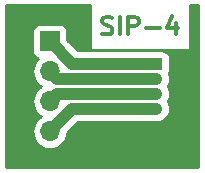
<source format=gbr>
G04 #@! TF.GenerationSoftware,KiCad,Pcbnew,(5.1.2)-2*
G04 #@! TF.CreationDate,2019-06-28T14:40:01+03:00*
G04 #@! TF.ProjectId,Sip-4 To Standart,5369702d-3420-4546-9f20-5374616e6461,rev?*
G04 #@! TF.SameCoordinates,Original*
G04 #@! TF.FileFunction,Copper,L1,Top*
G04 #@! TF.FilePolarity,Positive*
%FSLAX46Y46*%
G04 Gerber Fmt 4.6, Leading zero omitted, Abs format (unit mm)*
G04 Created by KiCad (PCBNEW (5.1.2)-2) date 2019-06-28 14:40:01*
%MOMM*%
%LPD*%
G04 APERTURE LIST*
%ADD10C,0.300000*%
%ADD11R,1.700000X1.700000*%
%ADD12O,1.700000X1.700000*%
%ADD13R,1.000000X1.000000*%
%ADD14O,1.000000X1.000000*%
%ADD15C,1.000000*%
%ADD16C,0.254000*%
G04 APERTURE END LIST*
D10*
X46351428Y-25372142D02*
X46565714Y-25443571D01*
X46922857Y-25443571D01*
X47065714Y-25372142D01*
X47137142Y-25300714D01*
X47208571Y-25157857D01*
X47208571Y-25015000D01*
X47137142Y-24872142D01*
X47065714Y-24800714D01*
X46922857Y-24729285D01*
X46637142Y-24657857D01*
X46494285Y-24586428D01*
X46422857Y-24515000D01*
X46351428Y-24372142D01*
X46351428Y-24229285D01*
X46422857Y-24086428D01*
X46494285Y-24015000D01*
X46637142Y-23943571D01*
X46994285Y-23943571D01*
X47208571Y-24015000D01*
X47851428Y-25443571D02*
X47851428Y-23943571D01*
X48565714Y-25443571D02*
X48565714Y-23943571D01*
X49137142Y-23943571D01*
X49280000Y-24015000D01*
X49351428Y-24086428D01*
X49422857Y-24229285D01*
X49422857Y-24443571D01*
X49351428Y-24586428D01*
X49280000Y-24657857D01*
X49137142Y-24729285D01*
X48565714Y-24729285D01*
X50065714Y-24872142D02*
X51208571Y-24872142D01*
X52565714Y-24443571D02*
X52565714Y-25443571D01*
X52208571Y-23872142D02*
X51851428Y-24943571D01*
X52780000Y-24943571D01*
D11*
X41910000Y-26035000D03*
D12*
X41910000Y-28575000D03*
X41910000Y-31115000D03*
X41910000Y-33655000D03*
D13*
X50925001Y-27940000D03*
D14*
X50925001Y-29210000D03*
X50925001Y-30480000D03*
X50925001Y-31750000D03*
D15*
X43815000Y-27940000D02*
X41910000Y-26035000D01*
X50925001Y-27940000D02*
X43815000Y-27940000D01*
X42545000Y-29210000D02*
X41910000Y-28575000D01*
X50925001Y-29210000D02*
X42545000Y-29210000D01*
X42545000Y-30480000D02*
X41910000Y-31115000D01*
X50925001Y-30480000D02*
X42545000Y-30480000D01*
X43815000Y-31750000D02*
X41910000Y-33655000D01*
X50925001Y-31750000D02*
X43815000Y-31750000D01*
D16*
G36*
X45280715Y-26795000D02*
G01*
X53779286Y-26795000D01*
X53779286Y-22987000D01*
X54483000Y-22987000D01*
X54483000Y-36703000D01*
X38227000Y-36703000D01*
X38227000Y-28575000D01*
X40417815Y-28575000D01*
X40446487Y-28866111D01*
X40531401Y-29146034D01*
X40669294Y-29404014D01*
X40854866Y-29630134D01*
X41080986Y-29815706D01*
X41135791Y-29845000D01*
X41080986Y-29874294D01*
X40854866Y-30059866D01*
X40669294Y-30285986D01*
X40531401Y-30543966D01*
X40446487Y-30823889D01*
X40417815Y-31115000D01*
X40446487Y-31406111D01*
X40531401Y-31686034D01*
X40669294Y-31944014D01*
X40854866Y-32170134D01*
X41080986Y-32355706D01*
X41135791Y-32385000D01*
X41080986Y-32414294D01*
X40854866Y-32599866D01*
X40669294Y-32825986D01*
X40531401Y-33083966D01*
X40446487Y-33363889D01*
X40417815Y-33655000D01*
X40446487Y-33946111D01*
X40531401Y-34226034D01*
X40669294Y-34484014D01*
X40854866Y-34710134D01*
X41080986Y-34895706D01*
X41338966Y-35033599D01*
X41618889Y-35118513D01*
X41837050Y-35140000D01*
X41982950Y-35140000D01*
X42201111Y-35118513D01*
X42481034Y-35033599D01*
X42739014Y-34895706D01*
X42965134Y-34710134D01*
X43150706Y-34484014D01*
X43288599Y-34226034D01*
X43373513Y-33946111D01*
X43389845Y-33780286D01*
X44285132Y-32885000D01*
X50980753Y-32885000D01*
X51147500Y-32868577D01*
X51361448Y-32803676D01*
X51558624Y-32698284D01*
X51731450Y-32556449D01*
X51873285Y-32383623D01*
X51978677Y-32186447D01*
X52043578Y-31972499D01*
X52065492Y-31750000D01*
X52043578Y-31527501D01*
X51978677Y-31313553D01*
X51873285Y-31116377D01*
X51872155Y-31115000D01*
X51873285Y-31113623D01*
X51978677Y-30916447D01*
X52043578Y-30702499D01*
X52065492Y-30480000D01*
X52043578Y-30257501D01*
X51978677Y-30043553D01*
X51873285Y-29846377D01*
X51872155Y-29845000D01*
X51873285Y-29843623D01*
X51978677Y-29646447D01*
X52043578Y-29432499D01*
X52065492Y-29210000D01*
X52043578Y-28987501D01*
X51978677Y-28773553D01*
X51972704Y-28762379D01*
X52014503Y-28684180D01*
X52050813Y-28564482D01*
X52063073Y-28440000D01*
X52063073Y-27964561D01*
X52065492Y-27940000D01*
X52063073Y-27915439D01*
X52063073Y-27440000D01*
X52050813Y-27315518D01*
X52014503Y-27195820D01*
X51955538Y-27085506D01*
X51876186Y-26988815D01*
X51779495Y-26909463D01*
X51669181Y-26850498D01*
X51549483Y-26814188D01*
X51425001Y-26801928D01*
X50425001Y-26801928D01*
X50393809Y-26805000D01*
X44285132Y-26805000D01*
X43398072Y-25917941D01*
X43398072Y-25185000D01*
X43385812Y-25060518D01*
X43349502Y-24940820D01*
X43290537Y-24830506D01*
X43211185Y-24733815D01*
X43114494Y-24654463D01*
X43004180Y-24595498D01*
X42884482Y-24559188D01*
X42760000Y-24546928D01*
X41060000Y-24546928D01*
X40935518Y-24559188D01*
X40815820Y-24595498D01*
X40705506Y-24654463D01*
X40608815Y-24733815D01*
X40529463Y-24830506D01*
X40470498Y-24940820D01*
X40434188Y-25060518D01*
X40421928Y-25185000D01*
X40421928Y-26885000D01*
X40434188Y-27009482D01*
X40470498Y-27129180D01*
X40529463Y-27239494D01*
X40608815Y-27336185D01*
X40705506Y-27415537D01*
X40815820Y-27474502D01*
X40884687Y-27495393D01*
X40854866Y-27519866D01*
X40669294Y-27745986D01*
X40531401Y-28003966D01*
X40446487Y-28283889D01*
X40417815Y-28575000D01*
X38227000Y-28575000D01*
X38227000Y-22987000D01*
X45280715Y-22987000D01*
X45280715Y-26795000D01*
X45280715Y-26795000D01*
G37*
X45280715Y-26795000D02*
X53779286Y-26795000D01*
X53779286Y-22987000D01*
X54483000Y-22987000D01*
X54483000Y-36703000D01*
X38227000Y-36703000D01*
X38227000Y-28575000D01*
X40417815Y-28575000D01*
X40446487Y-28866111D01*
X40531401Y-29146034D01*
X40669294Y-29404014D01*
X40854866Y-29630134D01*
X41080986Y-29815706D01*
X41135791Y-29845000D01*
X41080986Y-29874294D01*
X40854866Y-30059866D01*
X40669294Y-30285986D01*
X40531401Y-30543966D01*
X40446487Y-30823889D01*
X40417815Y-31115000D01*
X40446487Y-31406111D01*
X40531401Y-31686034D01*
X40669294Y-31944014D01*
X40854866Y-32170134D01*
X41080986Y-32355706D01*
X41135791Y-32385000D01*
X41080986Y-32414294D01*
X40854866Y-32599866D01*
X40669294Y-32825986D01*
X40531401Y-33083966D01*
X40446487Y-33363889D01*
X40417815Y-33655000D01*
X40446487Y-33946111D01*
X40531401Y-34226034D01*
X40669294Y-34484014D01*
X40854866Y-34710134D01*
X41080986Y-34895706D01*
X41338966Y-35033599D01*
X41618889Y-35118513D01*
X41837050Y-35140000D01*
X41982950Y-35140000D01*
X42201111Y-35118513D01*
X42481034Y-35033599D01*
X42739014Y-34895706D01*
X42965134Y-34710134D01*
X43150706Y-34484014D01*
X43288599Y-34226034D01*
X43373513Y-33946111D01*
X43389845Y-33780286D01*
X44285132Y-32885000D01*
X50980753Y-32885000D01*
X51147500Y-32868577D01*
X51361448Y-32803676D01*
X51558624Y-32698284D01*
X51731450Y-32556449D01*
X51873285Y-32383623D01*
X51978677Y-32186447D01*
X52043578Y-31972499D01*
X52065492Y-31750000D01*
X52043578Y-31527501D01*
X51978677Y-31313553D01*
X51873285Y-31116377D01*
X51872155Y-31115000D01*
X51873285Y-31113623D01*
X51978677Y-30916447D01*
X52043578Y-30702499D01*
X52065492Y-30480000D01*
X52043578Y-30257501D01*
X51978677Y-30043553D01*
X51873285Y-29846377D01*
X51872155Y-29845000D01*
X51873285Y-29843623D01*
X51978677Y-29646447D01*
X52043578Y-29432499D01*
X52065492Y-29210000D01*
X52043578Y-28987501D01*
X51978677Y-28773553D01*
X51972704Y-28762379D01*
X52014503Y-28684180D01*
X52050813Y-28564482D01*
X52063073Y-28440000D01*
X52063073Y-27964561D01*
X52065492Y-27940000D01*
X52063073Y-27915439D01*
X52063073Y-27440000D01*
X52050813Y-27315518D01*
X52014503Y-27195820D01*
X51955538Y-27085506D01*
X51876186Y-26988815D01*
X51779495Y-26909463D01*
X51669181Y-26850498D01*
X51549483Y-26814188D01*
X51425001Y-26801928D01*
X50425001Y-26801928D01*
X50393809Y-26805000D01*
X44285132Y-26805000D01*
X43398072Y-25917941D01*
X43398072Y-25185000D01*
X43385812Y-25060518D01*
X43349502Y-24940820D01*
X43290537Y-24830506D01*
X43211185Y-24733815D01*
X43114494Y-24654463D01*
X43004180Y-24595498D01*
X42884482Y-24559188D01*
X42760000Y-24546928D01*
X41060000Y-24546928D01*
X40935518Y-24559188D01*
X40815820Y-24595498D01*
X40705506Y-24654463D01*
X40608815Y-24733815D01*
X40529463Y-24830506D01*
X40470498Y-24940820D01*
X40434188Y-25060518D01*
X40421928Y-25185000D01*
X40421928Y-26885000D01*
X40434188Y-27009482D01*
X40470498Y-27129180D01*
X40529463Y-27239494D01*
X40608815Y-27336185D01*
X40705506Y-27415537D01*
X40815820Y-27474502D01*
X40884687Y-27495393D01*
X40854866Y-27519866D01*
X40669294Y-27745986D01*
X40531401Y-28003966D01*
X40446487Y-28283889D01*
X40417815Y-28575000D01*
X38227000Y-28575000D01*
X38227000Y-22987000D01*
X45280715Y-22987000D01*
X45280715Y-26795000D01*
M02*

</source>
